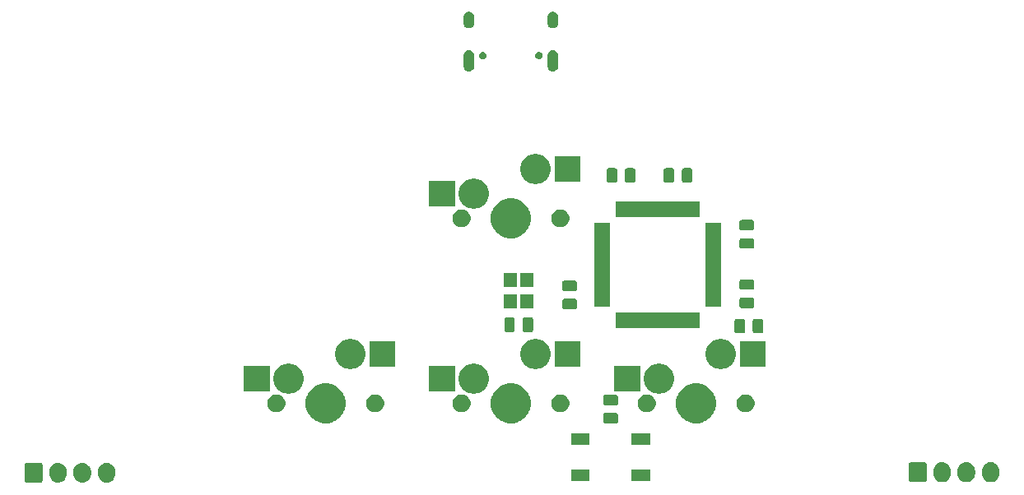
<source format=gbs>
G04 #@! TF.GenerationSoftware,KiCad,Pcbnew,(5.1.5)-3*
G04 #@! TF.CreationDate,2020-03-25T17:20:55+01:00*
G04 #@! TF.ProjectId,4Keys,344b6579-732e-46b6-9963-61645f706362,rev?*
G04 #@! TF.SameCoordinates,Original*
G04 #@! TF.FileFunction,Soldermask,Bot*
G04 #@! TF.FilePolarity,Negative*
%FSLAX46Y46*%
G04 Gerber Fmt 4.6, Leading zero omitted, Abs format (unit mm)*
G04 Created by KiCad (PCBNEW (5.1.5)-3) date 2020-03-25 17:20:55*
%MOMM*%
%LPD*%
G04 APERTURE LIST*
%ADD10C,0.100000*%
G04 APERTURE END LIST*
D10*
G36*
X139328626Y-73599537D02*
G01*
X139498465Y-73651057D01*
X139498467Y-73651058D01*
X139654989Y-73734721D01*
X139792186Y-73847314D01*
X139861692Y-73932009D01*
X139904778Y-73984509D01*
X139904779Y-73984511D01*
X139960382Y-74088535D01*
X139988443Y-74141034D01*
X140039963Y-74310873D01*
X140053000Y-74443242D01*
X140053000Y-74781757D01*
X140039963Y-74914126D01*
X139988443Y-75083966D01*
X139904778Y-75240491D01*
X139875448Y-75276229D01*
X139792186Y-75377686D01*
X139718961Y-75437779D01*
X139654991Y-75490278D01*
X139654989Y-75490279D01*
X139500300Y-75572963D01*
X139498466Y-75573943D01*
X139328627Y-75625463D01*
X139152000Y-75642859D01*
X138975374Y-75625463D01*
X138805535Y-75573943D01*
X138803702Y-75572963D01*
X138649012Y-75490279D01*
X138649010Y-75490278D01*
X138511815Y-75377685D01*
X138399222Y-75240491D01*
X138315557Y-75083966D01*
X138264037Y-74914127D01*
X138251000Y-74781758D01*
X138251000Y-74443243D01*
X138264037Y-74310874D01*
X138315557Y-74141035D01*
X138343619Y-74088535D01*
X138399221Y-73984511D01*
X138511814Y-73847314D01*
X138613271Y-73764052D01*
X138649009Y-73734722D01*
X138781101Y-73664117D01*
X138805532Y-73651058D01*
X138805534Y-73651057D01*
X138975373Y-73599537D01*
X139152000Y-73582141D01*
X139328626Y-73599537D01*
G37*
G36*
X141828626Y-73599537D02*
G01*
X141998465Y-73651057D01*
X141998467Y-73651058D01*
X142154989Y-73734721D01*
X142292186Y-73847314D01*
X142361692Y-73932009D01*
X142404778Y-73984509D01*
X142404779Y-73984511D01*
X142460382Y-74088535D01*
X142488443Y-74141034D01*
X142539963Y-74310873D01*
X142553000Y-74443242D01*
X142553000Y-74781757D01*
X142539963Y-74914126D01*
X142488443Y-75083966D01*
X142404778Y-75240491D01*
X142375448Y-75276229D01*
X142292186Y-75377686D01*
X142218961Y-75437779D01*
X142154991Y-75490278D01*
X142154989Y-75490279D01*
X142000300Y-75572963D01*
X141998466Y-75573943D01*
X141828627Y-75625463D01*
X141652000Y-75642859D01*
X141475374Y-75625463D01*
X141305535Y-75573943D01*
X141303702Y-75572963D01*
X141149012Y-75490279D01*
X141149010Y-75490278D01*
X141011815Y-75377685D01*
X140899222Y-75240491D01*
X140815557Y-75083966D01*
X140764037Y-74914127D01*
X140751000Y-74781758D01*
X140751000Y-74443243D01*
X140764037Y-74310874D01*
X140815557Y-74141035D01*
X140843619Y-74088535D01*
X140899221Y-73984511D01*
X141011814Y-73847314D01*
X141113271Y-73764052D01*
X141149009Y-73734722D01*
X141281101Y-73664117D01*
X141305532Y-73651058D01*
X141305534Y-73651057D01*
X141475373Y-73599537D01*
X141652000Y-73582141D01*
X141828626Y-73599537D01*
G37*
G36*
X144328626Y-73599537D02*
G01*
X144498465Y-73651057D01*
X144498467Y-73651058D01*
X144654989Y-73734721D01*
X144792186Y-73847314D01*
X144861692Y-73932009D01*
X144904778Y-73984509D01*
X144904779Y-73984511D01*
X144960382Y-74088535D01*
X144988443Y-74141034D01*
X145039963Y-74310873D01*
X145053000Y-74443242D01*
X145053000Y-74781757D01*
X145039963Y-74914126D01*
X144988443Y-75083966D01*
X144904778Y-75240491D01*
X144875448Y-75276229D01*
X144792186Y-75377686D01*
X144718961Y-75437779D01*
X144654991Y-75490278D01*
X144654989Y-75490279D01*
X144500300Y-75572963D01*
X144498466Y-75573943D01*
X144328627Y-75625463D01*
X144152000Y-75642859D01*
X143975374Y-75625463D01*
X143805535Y-75573943D01*
X143803702Y-75572963D01*
X143649012Y-75490279D01*
X143649010Y-75490278D01*
X143511815Y-75377685D01*
X143399222Y-75240491D01*
X143315557Y-75083966D01*
X143264037Y-74914127D01*
X143251000Y-74781758D01*
X143251000Y-74443243D01*
X143264037Y-74310874D01*
X143315557Y-74141035D01*
X143343619Y-74088535D01*
X143399221Y-73984511D01*
X143511814Y-73847314D01*
X143613271Y-73764052D01*
X143649009Y-73734722D01*
X143781101Y-73664117D01*
X143805532Y-73651058D01*
X143805534Y-73651057D01*
X143975373Y-73599537D01*
X144152000Y-73582141D01*
X144328626Y-73599537D01*
G37*
G36*
X137410600Y-73590489D02*
G01*
X137443652Y-73600515D01*
X137474103Y-73616792D01*
X137500799Y-73638701D01*
X137522708Y-73665397D01*
X137538985Y-73695848D01*
X137549011Y-73728900D01*
X137553000Y-73769403D01*
X137553000Y-75455597D01*
X137549011Y-75496100D01*
X137538985Y-75529152D01*
X137522708Y-75559603D01*
X137500799Y-75586299D01*
X137474103Y-75608208D01*
X137443652Y-75624485D01*
X137410600Y-75634511D01*
X137370097Y-75638500D01*
X135933903Y-75638500D01*
X135893400Y-75634511D01*
X135860348Y-75624485D01*
X135829897Y-75608208D01*
X135803201Y-75586299D01*
X135781292Y-75559603D01*
X135765015Y-75529152D01*
X135754989Y-75496100D01*
X135751000Y-75455597D01*
X135751000Y-73769403D01*
X135754989Y-73728900D01*
X135765015Y-73695848D01*
X135781292Y-73665397D01*
X135803201Y-73638701D01*
X135829897Y-73616792D01*
X135860348Y-73600515D01*
X135893400Y-73590489D01*
X135933903Y-73586500D01*
X137370097Y-73586500D01*
X137410600Y-73590489D01*
G37*
G36*
X235260626Y-73547037D02*
G01*
X235430465Y-73598557D01*
X235430467Y-73598558D01*
X235586989Y-73682221D01*
X235724186Y-73794814D01*
X235770706Y-73851500D01*
X235836778Y-73932009D01*
X235920443Y-74088534D01*
X235971963Y-74258373D01*
X235985000Y-74390742D01*
X235985000Y-74729257D01*
X235971963Y-74861626D01*
X235920443Y-75031466D01*
X235836778Y-75187991D01*
X235807448Y-75223729D01*
X235724186Y-75325186D01*
X235629250Y-75403097D01*
X235586991Y-75437778D01*
X235553654Y-75455597D01*
X235431808Y-75520726D01*
X235430466Y-75521443D01*
X235260627Y-75572963D01*
X235084000Y-75590359D01*
X234907374Y-75572963D01*
X234737535Y-75521443D01*
X234736194Y-75520726D01*
X234614347Y-75455597D01*
X234581010Y-75437778D01*
X234443815Y-75325185D01*
X234331222Y-75187991D01*
X234247557Y-75031466D01*
X234196037Y-74861627D01*
X234183000Y-74729258D01*
X234183000Y-74390743D01*
X234196037Y-74258374D01*
X234247557Y-74088535D01*
X234331222Y-73932010D01*
X234331223Y-73932009D01*
X234443814Y-73794814D01*
X234554139Y-73704274D01*
X234581009Y-73682222D01*
X234733871Y-73600515D01*
X234737532Y-73598558D01*
X234737534Y-73598557D01*
X234907373Y-73547037D01*
X235084000Y-73529641D01*
X235260626Y-73547037D01*
G37*
G36*
X232760626Y-73547037D02*
G01*
X232930465Y-73598557D01*
X232930467Y-73598558D01*
X233086989Y-73682221D01*
X233224186Y-73794814D01*
X233270706Y-73851500D01*
X233336778Y-73932009D01*
X233420443Y-74088534D01*
X233471963Y-74258373D01*
X233485000Y-74390742D01*
X233485000Y-74729257D01*
X233471963Y-74861626D01*
X233420443Y-75031466D01*
X233336778Y-75187991D01*
X233307448Y-75223729D01*
X233224186Y-75325186D01*
X233129250Y-75403097D01*
X233086991Y-75437778D01*
X233053654Y-75455597D01*
X232931808Y-75520726D01*
X232930466Y-75521443D01*
X232760627Y-75572963D01*
X232584000Y-75590359D01*
X232407374Y-75572963D01*
X232237535Y-75521443D01*
X232236194Y-75520726D01*
X232114347Y-75455597D01*
X232081010Y-75437778D01*
X231943815Y-75325185D01*
X231831222Y-75187991D01*
X231747557Y-75031466D01*
X231696037Y-74861627D01*
X231683000Y-74729258D01*
X231683000Y-74390743D01*
X231696037Y-74258374D01*
X231747557Y-74088535D01*
X231831222Y-73932010D01*
X231831223Y-73932009D01*
X231943814Y-73794814D01*
X232054139Y-73704274D01*
X232081009Y-73682222D01*
X232233871Y-73600515D01*
X232237532Y-73598558D01*
X232237534Y-73598557D01*
X232407373Y-73547037D01*
X232584000Y-73529641D01*
X232760626Y-73547037D01*
G37*
G36*
X230260626Y-73547037D02*
G01*
X230430465Y-73598557D01*
X230430467Y-73598558D01*
X230586989Y-73682221D01*
X230724186Y-73794814D01*
X230770706Y-73851500D01*
X230836778Y-73932009D01*
X230920443Y-74088534D01*
X230971963Y-74258373D01*
X230985000Y-74390742D01*
X230985000Y-74729257D01*
X230971963Y-74861626D01*
X230920443Y-75031466D01*
X230836778Y-75187991D01*
X230807448Y-75223729D01*
X230724186Y-75325186D01*
X230629250Y-75403097D01*
X230586991Y-75437778D01*
X230553654Y-75455597D01*
X230431808Y-75520726D01*
X230430466Y-75521443D01*
X230260627Y-75572963D01*
X230084000Y-75590359D01*
X229907374Y-75572963D01*
X229737535Y-75521443D01*
X229736194Y-75520726D01*
X229614347Y-75455597D01*
X229581010Y-75437778D01*
X229443815Y-75325185D01*
X229331222Y-75187991D01*
X229247557Y-75031466D01*
X229196037Y-74861627D01*
X229183000Y-74729258D01*
X229183000Y-74390743D01*
X229196037Y-74258374D01*
X229247557Y-74088535D01*
X229331222Y-73932010D01*
X229331223Y-73932009D01*
X229443814Y-73794814D01*
X229554139Y-73704274D01*
X229581009Y-73682222D01*
X229733871Y-73600515D01*
X229737532Y-73598558D01*
X229737534Y-73598557D01*
X229907373Y-73547037D01*
X230084000Y-73529641D01*
X230260626Y-73547037D01*
G37*
G36*
X228342600Y-73537989D02*
G01*
X228375652Y-73548015D01*
X228406103Y-73564292D01*
X228432799Y-73586201D01*
X228454708Y-73612897D01*
X228470985Y-73643348D01*
X228481011Y-73676400D01*
X228485000Y-73716903D01*
X228485000Y-75403097D01*
X228481011Y-75443600D01*
X228470985Y-75476652D01*
X228454708Y-75507103D01*
X228432799Y-75533799D01*
X228406103Y-75555708D01*
X228375652Y-75571985D01*
X228342600Y-75582011D01*
X228302097Y-75586000D01*
X226865903Y-75586000D01*
X226825400Y-75582011D01*
X226792348Y-75571985D01*
X226761897Y-75555708D01*
X226735201Y-75533799D01*
X226713292Y-75507103D01*
X226697015Y-75476652D01*
X226686989Y-75443600D01*
X226683000Y-75403097D01*
X226683000Y-73716903D01*
X226686989Y-73676400D01*
X226697015Y-73643348D01*
X226713292Y-73612897D01*
X226735201Y-73586201D01*
X226761897Y-73564292D01*
X226792348Y-73548015D01*
X226825400Y-73537989D01*
X226865903Y-73534000D01*
X228302097Y-73534000D01*
X228342600Y-73537989D01*
G37*
G36*
X193851000Y-75451000D02*
G01*
X191949000Y-75451000D01*
X191949000Y-74249000D01*
X193851000Y-74249000D01*
X193851000Y-75451000D01*
G37*
G36*
X200051000Y-75451000D02*
G01*
X198149000Y-75451000D01*
X198149000Y-74249000D01*
X200051000Y-74249000D01*
X200051000Y-75451000D01*
G37*
G36*
X193851000Y-71751000D02*
G01*
X191949000Y-71751000D01*
X191949000Y-70549000D01*
X193851000Y-70549000D01*
X193851000Y-71751000D01*
G37*
G36*
X200051000Y-71751000D02*
G01*
X198149000Y-71751000D01*
X198149000Y-70549000D01*
X200051000Y-70549000D01*
X200051000Y-71751000D01*
G37*
G36*
X196584468Y-68466065D02*
G01*
X196623138Y-68477796D01*
X196658777Y-68496846D01*
X196690017Y-68522483D01*
X196715654Y-68553723D01*
X196734704Y-68589362D01*
X196746435Y-68628032D01*
X196751000Y-68674388D01*
X196751000Y-69325612D01*
X196746435Y-69371968D01*
X196734704Y-69410638D01*
X196715654Y-69446277D01*
X196690017Y-69477517D01*
X196658777Y-69503154D01*
X196623138Y-69522204D01*
X196584468Y-69533935D01*
X196538112Y-69538500D01*
X195461888Y-69538500D01*
X195415532Y-69533935D01*
X195376862Y-69522204D01*
X195341223Y-69503154D01*
X195309983Y-69477517D01*
X195284346Y-69446277D01*
X195265296Y-69410638D01*
X195253565Y-69371968D01*
X195249000Y-69325612D01*
X195249000Y-68674388D01*
X195253565Y-68628032D01*
X195265296Y-68589362D01*
X195284346Y-68553723D01*
X195309983Y-68522483D01*
X195341223Y-68496846D01*
X195376862Y-68477796D01*
X195415532Y-68466065D01*
X195461888Y-68461500D01*
X196538112Y-68461500D01*
X196584468Y-68466065D01*
G37*
G36*
X186333974Y-65502434D02*
G01*
X186551974Y-65592733D01*
X186706123Y-65656583D01*
X187041048Y-65880373D01*
X187325877Y-66165202D01*
X187549667Y-66500127D01*
X187587587Y-66591674D01*
X187703816Y-66872276D01*
X187782400Y-67267344D01*
X187782400Y-67670156D01*
X187703816Y-68065224D01*
X187652951Y-68188022D01*
X187549667Y-68437373D01*
X187325877Y-68772298D01*
X187041048Y-69057127D01*
X186706123Y-69280917D01*
X186607475Y-69321778D01*
X186333974Y-69435066D01*
X185938906Y-69513650D01*
X185536094Y-69513650D01*
X185141026Y-69435066D01*
X184867525Y-69321778D01*
X184768877Y-69280917D01*
X184433952Y-69057127D01*
X184149123Y-68772298D01*
X183925333Y-68437373D01*
X183822049Y-68188022D01*
X183771184Y-68065224D01*
X183692600Y-67670156D01*
X183692600Y-67267344D01*
X183771184Y-66872276D01*
X183887413Y-66591674D01*
X183925333Y-66500127D01*
X184149123Y-66165202D01*
X184433952Y-65880373D01*
X184768877Y-65656583D01*
X184923026Y-65592733D01*
X185141026Y-65502434D01*
X185536094Y-65423850D01*
X185938906Y-65423850D01*
X186333974Y-65502434D01*
G37*
G36*
X205383974Y-65502434D02*
G01*
X205601974Y-65592733D01*
X205756123Y-65656583D01*
X206091048Y-65880373D01*
X206375877Y-66165202D01*
X206599667Y-66500127D01*
X206637587Y-66591674D01*
X206753816Y-66872276D01*
X206832400Y-67267344D01*
X206832400Y-67670156D01*
X206753816Y-68065224D01*
X206702951Y-68188022D01*
X206599667Y-68437373D01*
X206375877Y-68772298D01*
X206091048Y-69057127D01*
X205756123Y-69280917D01*
X205657475Y-69321778D01*
X205383974Y-69435066D01*
X204988906Y-69513650D01*
X204586094Y-69513650D01*
X204191026Y-69435066D01*
X203917525Y-69321778D01*
X203818877Y-69280917D01*
X203483952Y-69057127D01*
X203199123Y-68772298D01*
X202975333Y-68437373D01*
X202872049Y-68188022D01*
X202821184Y-68065224D01*
X202742600Y-67670156D01*
X202742600Y-67267344D01*
X202821184Y-66872276D01*
X202937413Y-66591674D01*
X202975333Y-66500127D01*
X203199123Y-66165202D01*
X203483952Y-65880373D01*
X203818877Y-65656583D01*
X203973026Y-65592733D01*
X204191026Y-65502434D01*
X204586094Y-65423850D01*
X204988906Y-65423850D01*
X205383974Y-65502434D01*
G37*
G36*
X167283974Y-65502434D02*
G01*
X167501974Y-65592733D01*
X167656123Y-65656583D01*
X167991048Y-65880373D01*
X168275877Y-66165202D01*
X168499667Y-66500127D01*
X168537587Y-66591674D01*
X168653816Y-66872276D01*
X168732400Y-67267344D01*
X168732400Y-67670156D01*
X168653816Y-68065224D01*
X168602951Y-68188022D01*
X168499667Y-68437373D01*
X168275877Y-68772298D01*
X167991048Y-69057127D01*
X167656123Y-69280917D01*
X167557475Y-69321778D01*
X167283974Y-69435066D01*
X166888906Y-69513650D01*
X166486094Y-69513650D01*
X166091026Y-69435066D01*
X165817525Y-69321778D01*
X165718877Y-69280917D01*
X165383952Y-69057127D01*
X165099123Y-68772298D01*
X164875333Y-68437373D01*
X164772049Y-68188022D01*
X164721184Y-68065224D01*
X164642600Y-67670156D01*
X164642600Y-67267344D01*
X164721184Y-66872276D01*
X164837413Y-66591674D01*
X164875333Y-66500127D01*
X165099123Y-66165202D01*
X165383952Y-65880373D01*
X165718877Y-65656583D01*
X165873026Y-65592733D01*
X166091026Y-65502434D01*
X166486094Y-65423850D01*
X166888906Y-65423850D01*
X167283974Y-65502434D01*
G37*
G36*
X180927604Y-66578335D02*
G01*
X181096126Y-66648139D01*
X181247791Y-66749478D01*
X181376772Y-66878459D01*
X181478111Y-67030124D01*
X181547915Y-67198646D01*
X181583500Y-67377547D01*
X181583500Y-67559953D01*
X181547915Y-67738854D01*
X181478111Y-67907376D01*
X181376772Y-68059041D01*
X181247791Y-68188022D01*
X181096126Y-68289361D01*
X180927604Y-68359165D01*
X180748703Y-68394750D01*
X180566297Y-68394750D01*
X180387396Y-68359165D01*
X180218874Y-68289361D01*
X180067209Y-68188022D01*
X179938228Y-68059041D01*
X179836889Y-67907376D01*
X179767085Y-67738854D01*
X179731500Y-67559953D01*
X179731500Y-67377547D01*
X179767085Y-67198646D01*
X179836889Y-67030124D01*
X179938228Y-66878459D01*
X180067209Y-66749478D01*
X180218874Y-66648139D01*
X180387396Y-66578335D01*
X180566297Y-66542750D01*
X180748703Y-66542750D01*
X180927604Y-66578335D01*
G37*
G36*
X210137604Y-66578335D02*
G01*
X210306126Y-66648139D01*
X210457791Y-66749478D01*
X210586772Y-66878459D01*
X210688111Y-67030124D01*
X210757915Y-67198646D01*
X210793500Y-67377547D01*
X210793500Y-67559953D01*
X210757915Y-67738854D01*
X210688111Y-67907376D01*
X210586772Y-68059041D01*
X210457791Y-68188022D01*
X210306126Y-68289361D01*
X210137604Y-68359165D01*
X209958703Y-68394750D01*
X209776297Y-68394750D01*
X209597396Y-68359165D01*
X209428874Y-68289361D01*
X209277209Y-68188022D01*
X209148228Y-68059041D01*
X209046889Y-67907376D01*
X208977085Y-67738854D01*
X208941500Y-67559953D01*
X208941500Y-67377547D01*
X208977085Y-67198646D01*
X209046889Y-67030124D01*
X209148228Y-66878459D01*
X209277209Y-66749478D01*
X209428874Y-66648139D01*
X209597396Y-66578335D01*
X209776297Y-66542750D01*
X209958703Y-66542750D01*
X210137604Y-66578335D01*
G37*
G36*
X199977604Y-66578335D02*
G01*
X200146126Y-66648139D01*
X200297791Y-66749478D01*
X200426772Y-66878459D01*
X200528111Y-67030124D01*
X200597915Y-67198646D01*
X200633500Y-67377547D01*
X200633500Y-67559953D01*
X200597915Y-67738854D01*
X200528111Y-67907376D01*
X200426772Y-68059041D01*
X200297791Y-68188022D01*
X200146126Y-68289361D01*
X199977604Y-68359165D01*
X199798703Y-68394750D01*
X199616297Y-68394750D01*
X199437396Y-68359165D01*
X199268874Y-68289361D01*
X199117209Y-68188022D01*
X198988228Y-68059041D01*
X198886889Y-67907376D01*
X198817085Y-67738854D01*
X198781500Y-67559953D01*
X198781500Y-67377547D01*
X198817085Y-67198646D01*
X198886889Y-67030124D01*
X198988228Y-66878459D01*
X199117209Y-66749478D01*
X199268874Y-66648139D01*
X199437396Y-66578335D01*
X199616297Y-66542750D01*
X199798703Y-66542750D01*
X199977604Y-66578335D01*
G37*
G36*
X172037604Y-66578335D02*
G01*
X172206126Y-66648139D01*
X172357791Y-66749478D01*
X172486772Y-66878459D01*
X172588111Y-67030124D01*
X172657915Y-67198646D01*
X172693500Y-67377547D01*
X172693500Y-67559953D01*
X172657915Y-67738854D01*
X172588111Y-67907376D01*
X172486772Y-68059041D01*
X172357791Y-68188022D01*
X172206126Y-68289361D01*
X172037604Y-68359165D01*
X171858703Y-68394750D01*
X171676297Y-68394750D01*
X171497396Y-68359165D01*
X171328874Y-68289361D01*
X171177209Y-68188022D01*
X171048228Y-68059041D01*
X170946889Y-67907376D01*
X170877085Y-67738854D01*
X170841500Y-67559953D01*
X170841500Y-67377547D01*
X170877085Y-67198646D01*
X170946889Y-67030124D01*
X171048228Y-66878459D01*
X171177209Y-66749478D01*
X171328874Y-66648139D01*
X171497396Y-66578335D01*
X171676297Y-66542750D01*
X171858703Y-66542750D01*
X172037604Y-66578335D01*
G37*
G36*
X161877604Y-66578335D02*
G01*
X162046126Y-66648139D01*
X162197791Y-66749478D01*
X162326772Y-66878459D01*
X162428111Y-67030124D01*
X162497915Y-67198646D01*
X162533500Y-67377547D01*
X162533500Y-67559953D01*
X162497915Y-67738854D01*
X162428111Y-67907376D01*
X162326772Y-68059041D01*
X162197791Y-68188022D01*
X162046126Y-68289361D01*
X161877604Y-68359165D01*
X161698703Y-68394750D01*
X161516297Y-68394750D01*
X161337396Y-68359165D01*
X161168874Y-68289361D01*
X161017209Y-68188022D01*
X160888228Y-68059041D01*
X160786889Y-67907376D01*
X160717085Y-67738854D01*
X160681500Y-67559953D01*
X160681500Y-67377547D01*
X160717085Y-67198646D01*
X160786889Y-67030124D01*
X160888228Y-66878459D01*
X161017209Y-66749478D01*
X161168874Y-66648139D01*
X161337396Y-66578335D01*
X161516297Y-66542750D01*
X161698703Y-66542750D01*
X161877604Y-66578335D01*
G37*
G36*
X191087604Y-66578335D02*
G01*
X191256126Y-66648139D01*
X191407791Y-66749478D01*
X191536772Y-66878459D01*
X191638111Y-67030124D01*
X191707915Y-67198646D01*
X191743500Y-67377547D01*
X191743500Y-67559953D01*
X191707915Y-67738854D01*
X191638111Y-67907376D01*
X191536772Y-68059041D01*
X191407791Y-68188022D01*
X191256126Y-68289361D01*
X191087604Y-68359165D01*
X190908703Y-68394750D01*
X190726297Y-68394750D01*
X190547396Y-68359165D01*
X190378874Y-68289361D01*
X190227209Y-68188022D01*
X190098228Y-68059041D01*
X189996889Y-67907376D01*
X189927085Y-67738854D01*
X189891500Y-67559953D01*
X189891500Y-67377547D01*
X189927085Y-67198646D01*
X189996889Y-67030124D01*
X190098228Y-66878459D01*
X190227209Y-66749478D01*
X190378874Y-66648139D01*
X190547396Y-66578335D01*
X190726297Y-66542750D01*
X190908703Y-66542750D01*
X191087604Y-66578335D01*
G37*
G36*
X196584468Y-66591065D02*
G01*
X196623138Y-66602796D01*
X196658777Y-66621846D01*
X196690017Y-66647483D01*
X196715654Y-66678723D01*
X196734704Y-66714362D01*
X196746435Y-66753032D01*
X196751000Y-66799388D01*
X196751000Y-67450612D01*
X196746435Y-67496968D01*
X196734704Y-67535638D01*
X196715654Y-67571277D01*
X196690017Y-67602517D01*
X196658777Y-67628154D01*
X196623138Y-67647204D01*
X196584468Y-67658935D01*
X196538112Y-67663500D01*
X195461888Y-67663500D01*
X195415532Y-67658935D01*
X195376862Y-67647204D01*
X195341223Y-67628154D01*
X195309983Y-67602517D01*
X195284346Y-67571277D01*
X195265296Y-67535638D01*
X195253565Y-67496968D01*
X195249000Y-67450612D01*
X195249000Y-66799388D01*
X195253565Y-66753032D01*
X195265296Y-66714362D01*
X195284346Y-66678723D01*
X195309983Y-66647483D01*
X195341223Y-66621846D01*
X195376862Y-66602796D01*
X195415532Y-66591065D01*
X195461888Y-66586500D01*
X196538112Y-66586500D01*
X196584468Y-66591065D01*
G37*
G36*
X163180085Y-63407552D02*
G01*
X163329910Y-63437354D01*
X163612174Y-63554271D01*
X163866205Y-63724009D01*
X164082241Y-63940045D01*
X164251979Y-64194076D01*
X164368896Y-64476340D01*
X164428500Y-64775990D01*
X164428500Y-65081510D01*
X164368896Y-65381160D01*
X164251979Y-65663424D01*
X164082241Y-65917455D01*
X163866205Y-66133491D01*
X163612174Y-66303229D01*
X163329910Y-66420146D01*
X163180085Y-66449948D01*
X163030261Y-66479750D01*
X162724739Y-66479750D01*
X162574915Y-66449948D01*
X162425090Y-66420146D01*
X162142826Y-66303229D01*
X161888795Y-66133491D01*
X161672759Y-65917455D01*
X161503021Y-65663424D01*
X161386104Y-65381160D01*
X161326500Y-65081510D01*
X161326500Y-64775990D01*
X161386104Y-64476340D01*
X161503021Y-64194076D01*
X161672759Y-63940045D01*
X161888795Y-63724009D01*
X162142826Y-63554271D01*
X162425090Y-63437354D01*
X162574915Y-63407552D01*
X162724739Y-63377750D01*
X163030261Y-63377750D01*
X163180085Y-63407552D01*
G37*
G36*
X201280085Y-63407552D02*
G01*
X201429910Y-63437354D01*
X201712174Y-63554271D01*
X201966205Y-63724009D01*
X202182241Y-63940045D01*
X202351979Y-64194076D01*
X202468896Y-64476340D01*
X202528500Y-64775990D01*
X202528500Y-65081510D01*
X202468896Y-65381160D01*
X202351979Y-65663424D01*
X202182241Y-65917455D01*
X201966205Y-66133491D01*
X201712174Y-66303229D01*
X201429910Y-66420146D01*
X201280085Y-66449948D01*
X201130261Y-66479750D01*
X200824739Y-66479750D01*
X200674915Y-66449948D01*
X200525090Y-66420146D01*
X200242826Y-66303229D01*
X199988795Y-66133491D01*
X199772759Y-65917455D01*
X199603021Y-65663424D01*
X199486104Y-65381160D01*
X199426500Y-65081510D01*
X199426500Y-64775990D01*
X199486104Y-64476340D01*
X199603021Y-64194076D01*
X199772759Y-63940045D01*
X199988795Y-63724009D01*
X200242826Y-63554271D01*
X200525090Y-63437354D01*
X200674915Y-63407552D01*
X200824739Y-63377750D01*
X201130261Y-63377750D01*
X201280085Y-63407552D01*
G37*
G36*
X182230085Y-63407552D02*
G01*
X182379910Y-63437354D01*
X182662174Y-63554271D01*
X182916205Y-63724009D01*
X183132241Y-63940045D01*
X183301979Y-64194076D01*
X183418896Y-64476340D01*
X183478500Y-64775990D01*
X183478500Y-65081510D01*
X183418896Y-65381160D01*
X183301979Y-65663424D01*
X183132241Y-65917455D01*
X182916205Y-66133491D01*
X182662174Y-66303229D01*
X182379910Y-66420146D01*
X182230085Y-66449948D01*
X182080261Y-66479750D01*
X181774739Y-66479750D01*
X181624915Y-66449948D01*
X181475090Y-66420146D01*
X181192826Y-66303229D01*
X180938795Y-66133491D01*
X180722759Y-65917455D01*
X180553021Y-65663424D01*
X180436104Y-65381160D01*
X180376500Y-65081510D01*
X180376500Y-64775990D01*
X180436104Y-64476340D01*
X180553021Y-64194076D01*
X180722759Y-63940045D01*
X180938795Y-63724009D01*
X181192826Y-63554271D01*
X181475090Y-63437354D01*
X181624915Y-63407552D01*
X181774739Y-63377750D01*
X182080261Y-63377750D01*
X182230085Y-63407552D01*
G37*
G36*
X160928500Y-66229750D02*
G01*
X158276500Y-66229750D01*
X158276500Y-63627750D01*
X160928500Y-63627750D01*
X160928500Y-66229750D01*
G37*
G36*
X179978500Y-66229750D02*
G01*
X177326500Y-66229750D01*
X177326500Y-63627750D01*
X179978500Y-63627750D01*
X179978500Y-66229750D01*
G37*
G36*
X199028500Y-66229750D02*
G01*
X196376500Y-66229750D01*
X196376500Y-63627750D01*
X199028500Y-63627750D01*
X199028500Y-66229750D01*
G37*
G36*
X188580085Y-60867552D02*
G01*
X188729910Y-60897354D01*
X189012174Y-61014271D01*
X189266205Y-61184009D01*
X189482241Y-61400045D01*
X189651979Y-61654076D01*
X189768896Y-61936340D01*
X189828500Y-62235990D01*
X189828500Y-62541510D01*
X189768896Y-62841160D01*
X189651979Y-63123424D01*
X189482241Y-63377455D01*
X189266205Y-63593491D01*
X189012174Y-63763229D01*
X188729910Y-63880146D01*
X188580085Y-63909948D01*
X188430261Y-63939750D01*
X188124739Y-63939750D01*
X187974915Y-63909948D01*
X187825090Y-63880146D01*
X187542826Y-63763229D01*
X187288795Y-63593491D01*
X187072759Y-63377455D01*
X186903021Y-63123424D01*
X186786104Y-62841160D01*
X186726500Y-62541510D01*
X186726500Y-62235990D01*
X186786104Y-61936340D01*
X186903021Y-61654076D01*
X187072759Y-61400045D01*
X187288795Y-61184009D01*
X187542826Y-61014271D01*
X187825090Y-60897354D01*
X187974915Y-60867552D01*
X188124739Y-60837750D01*
X188430261Y-60837750D01*
X188580085Y-60867552D01*
G37*
G36*
X207630085Y-60867552D02*
G01*
X207779910Y-60897354D01*
X208062174Y-61014271D01*
X208316205Y-61184009D01*
X208532241Y-61400045D01*
X208701979Y-61654076D01*
X208818896Y-61936340D01*
X208878500Y-62235990D01*
X208878500Y-62541510D01*
X208818896Y-62841160D01*
X208701979Y-63123424D01*
X208532241Y-63377455D01*
X208316205Y-63593491D01*
X208062174Y-63763229D01*
X207779910Y-63880146D01*
X207630085Y-63909948D01*
X207480261Y-63939750D01*
X207174739Y-63939750D01*
X207024915Y-63909948D01*
X206875090Y-63880146D01*
X206592826Y-63763229D01*
X206338795Y-63593491D01*
X206122759Y-63377455D01*
X205953021Y-63123424D01*
X205836104Y-62841160D01*
X205776500Y-62541510D01*
X205776500Y-62235990D01*
X205836104Y-61936340D01*
X205953021Y-61654076D01*
X206122759Y-61400045D01*
X206338795Y-61184009D01*
X206592826Y-61014271D01*
X206875090Y-60897354D01*
X207024915Y-60867552D01*
X207174739Y-60837750D01*
X207480261Y-60837750D01*
X207630085Y-60867552D01*
G37*
G36*
X169530085Y-60867552D02*
G01*
X169679910Y-60897354D01*
X169962174Y-61014271D01*
X170216205Y-61184009D01*
X170432241Y-61400045D01*
X170601979Y-61654076D01*
X170718896Y-61936340D01*
X170778500Y-62235990D01*
X170778500Y-62541510D01*
X170718896Y-62841160D01*
X170601979Y-63123424D01*
X170432241Y-63377455D01*
X170216205Y-63593491D01*
X169962174Y-63763229D01*
X169679910Y-63880146D01*
X169530085Y-63909948D01*
X169380261Y-63939750D01*
X169074739Y-63939750D01*
X168924915Y-63909948D01*
X168775090Y-63880146D01*
X168492826Y-63763229D01*
X168238795Y-63593491D01*
X168022759Y-63377455D01*
X167853021Y-63123424D01*
X167736104Y-62841160D01*
X167676500Y-62541510D01*
X167676500Y-62235990D01*
X167736104Y-61936340D01*
X167853021Y-61654076D01*
X168022759Y-61400045D01*
X168238795Y-61184009D01*
X168492826Y-61014271D01*
X168775090Y-60897354D01*
X168924915Y-60867552D01*
X169074739Y-60837750D01*
X169380261Y-60837750D01*
X169530085Y-60867552D01*
G37*
G36*
X211955500Y-63689750D02*
G01*
X209303500Y-63689750D01*
X209303500Y-61087750D01*
X211955500Y-61087750D01*
X211955500Y-63689750D01*
G37*
G36*
X192905500Y-63689750D02*
G01*
X190253500Y-63689750D01*
X190253500Y-61087750D01*
X192905500Y-61087750D01*
X192905500Y-63689750D01*
G37*
G36*
X173855500Y-63689750D02*
G01*
X171203500Y-63689750D01*
X171203500Y-61087750D01*
X173855500Y-61087750D01*
X173855500Y-63689750D01*
G37*
G36*
X211526968Y-58763565D02*
G01*
X211565638Y-58775296D01*
X211601277Y-58794346D01*
X211632517Y-58819983D01*
X211658154Y-58851223D01*
X211677204Y-58886862D01*
X211688935Y-58925532D01*
X211693500Y-58971888D01*
X211693500Y-60048112D01*
X211688935Y-60094468D01*
X211677204Y-60133138D01*
X211658154Y-60168777D01*
X211632517Y-60200017D01*
X211601277Y-60225654D01*
X211565638Y-60244704D01*
X211526968Y-60256435D01*
X211480612Y-60261000D01*
X210829388Y-60261000D01*
X210783032Y-60256435D01*
X210744362Y-60244704D01*
X210708723Y-60225654D01*
X210677483Y-60200017D01*
X210651846Y-60168777D01*
X210632796Y-60133138D01*
X210621065Y-60094468D01*
X210616500Y-60048112D01*
X210616500Y-58971888D01*
X210621065Y-58925532D01*
X210632796Y-58886862D01*
X210651846Y-58851223D01*
X210677483Y-58819983D01*
X210708723Y-58794346D01*
X210744362Y-58775296D01*
X210783032Y-58763565D01*
X210829388Y-58759000D01*
X211480612Y-58759000D01*
X211526968Y-58763565D01*
G37*
G36*
X209651968Y-58763565D02*
G01*
X209690638Y-58775296D01*
X209726277Y-58794346D01*
X209757517Y-58819983D01*
X209783154Y-58851223D01*
X209802204Y-58886862D01*
X209813935Y-58925532D01*
X209818500Y-58971888D01*
X209818500Y-60048112D01*
X209813935Y-60094468D01*
X209802204Y-60133138D01*
X209783154Y-60168777D01*
X209757517Y-60200017D01*
X209726277Y-60225654D01*
X209690638Y-60244704D01*
X209651968Y-60256435D01*
X209605612Y-60261000D01*
X208954388Y-60261000D01*
X208908032Y-60256435D01*
X208869362Y-60244704D01*
X208833723Y-60225654D01*
X208802483Y-60200017D01*
X208776846Y-60168777D01*
X208757796Y-60133138D01*
X208746065Y-60094468D01*
X208741500Y-60048112D01*
X208741500Y-58971888D01*
X208746065Y-58925532D01*
X208757796Y-58886862D01*
X208776846Y-58851223D01*
X208802483Y-58819983D01*
X208833723Y-58794346D01*
X208869362Y-58775296D01*
X208908032Y-58763565D01*
X208954388Y-58759000D01*
X209605612Y-58759000D01*
X209651968Y-58763565D01*
G37*
G36*
X185981968Y-58623565D02*
G01*
X186020638Y-58635296D01*
X186056277Y-58654346D01*
X186087517Y-58679983D01*
X186113154Y-58711223D01*
X186132204Y-58746862D01*
X186143935Y-58785532D01*
X186148500Y-58831888D01*
X186148500Y-59908112D01*
X186143935Y-59954468D01*
X186132204Y-59993138D01*
X186113154Y-60028777D01*
X186087517Y-60060017D01*
X186056277Y-60085654D01*
X186020638Y-60104704D01*
X185981968Y-60116435D01*
X185935612Y-60121000D01*
X185284388Y-60121000D01*
X185238032Y-60116435D01*
X185199362Y-60104704D01*
X185163723Y-60085654D01*
X185132483Y-60060017D01*
X185106846Y-60028777D01*
X185087796Y-59993138D01*
X185076065Y-59954468D01*
X185071500Y-59908112D01*
X185071500Y-58831888D01*
X185076065Y-58785532D01*
X185087796Y-58746862D01*
X185106846Y-58711223D01*
X185132483Y-58679983D01*
X185163723Y-58654346D01*
X185199362Y-58635296D01*
X185238032Y-58623565D01*
X185284388Y-58619000D01*
X185935612Y-58619000D01*
X185981968Y-58623565D01*
G37*
G36*
X187856968Y-58623565D02*
G01*
X187895638Y-58635296D01*
X187931277Y-58654346D01*
X187962517Y-58679983D01*
X187988154Y-58711223D01*
X188007204Y-58746862D01*
X188018935Y-58785532D01*
X188023500Y-58831888D01*
X188023500Y-59908112D01*
X188018935Y-59954468D01*
X188007204Y-59993138D01*
X187988154Y-60028777D01*
X187962517Y-60060017D01*
X187931277Y-60085654D01*
X187895638Y-60104704D01*
X187856968Y-60116435D01*
X187810612Y-60121000D01*
X187159388Y-60121000D01*
X187113032Y-60116435D01*
X187074362Y-60104704D01*
X187038723Y-60085654D01*
X187007483Y-60060017D01*
X186981846Y-60028777D01*
X186962796Y-59993138D01*
X186951065Y-59954468D01*
X186946500Y-59908112D01*
X186946500Y-58831888D01*
X186951065Y-58785532D01*
X186962796Y-58746862D01*
X186981846Y-58711223D01*
X187007483Y-58679983D01*
X187038723Y-58654346D01*
X187074362Y-58635296D01*
X187113032Y-58623565D01*
X187159388Y-58619000D01*
X187810612Y-58619000D01*
X187856968Y-58623565D01*
G37*
G36*
X205144750Y-59682250D02*
G01*
X196492750Y-59682250D01*
X196492750Y-58080250D01*
X205144750Y-58080250D01*
X205144750Y-59682250D01*
G37*
G36*
X192354468Y-56713065D02*
G01*
X192393138Y-56724796D01*
X192428777Y-56743846D01*
X192460017Y-56769483D01*
X192485654Y-56800723D01*
X192504704Y-56836362D01*
X192516435Y-56875032D01*
X192521000Y-56921388D01*
X192521000Y-57572612D01*
X192516435Y-57618968D01*
X192504704Y-57657638D01*
X192485654Y-57693277D01*
X192460017Y-57724517D01*
X192428777Y-57750154D01*
X192393138Y-57769204D01*
X192354468Y-57780935D01*
X192308112Y-57785500D01*
X191231888Y-57785500D01*
X191185532Y-57780935D01*
X191146862Y-57769204D01*
X191111223Y-57750154D01*
X191079983Y-57724517D01*
X191054346Y-57693277D01*
X191035296Y-57657638D01*
X191023565Y-57618968D01*
X191019000Y-57572612D01*
X191019000Y-56921388D01*
X191023565Y-56875032D01*
X191035296Y-56836362D01*
X191054346Y-56800723D01*
X191079983Y-56769483D01*
X191111223Y-56743846D01*
X191146862Y-56724796D01*
X191185532Y-56713065D01*
X191231888Y-56708500D01*
X192308112Y-56708500D01*
X192354468Y-56713065D01*
G37*
G36*
X188032250Y-57719750D02*
G01*
X186730250Y-57719750D01*
X186730250Y-56217750D01*
X188032250Y-56217750D01*
X188032250Y-57719750D01*
G37*
G36*
X186332250Y-57719750D02*
G01*
X185030250Y-57719750D01*
X185030250Y-56217750D01*
X186332250Y-56217750D01*
X186332250Y-57719750D01*
G37*
G36*
X210584468Y-56586065D02*
G01*
X210623138Y-56597796D01*
X210658777Y-56616846D01*
X210690017Y-56642483D01*
X210715654Y-56673723D01*
X210734704Y-56709362D01*
X210746435Y-56748032D01*
X210751000Y-56794388D01*
X210751000Y-57445612D01*
X210746435Y-57491968D01*
X210734704Y-57530638D01*
X210715654Y-57566277D01*
X210690017Y-57597517D01*
X210658777Y-57623154D01*
X210623138Y-57642204D01*
X210584468Y-57653935D01*
X210538112Y-57658500D01*
X209461888Y-57658500D01*
X209415532Y-57653935D01*
X209376862Y-57642204D01*
X209341223Y-57623154D01*
X209309983Y-57597517D01*
X209284346Y-57566277D01*
X209265296Y-57530638D01*
X209253565Y-57491968D01*
X209249000Y-57445612D01*
X209249000Y-56794388D01*
X209253565Y-56748032D01*
X209265296Y-56709362D01*
X209284346Y-56673723D01*
X209309983Y-56642483D01*
X209341223Y-56616846D01*
X209376862Y-56597796D01*
X209415532Y-56586065D01*
X209461888Y-56581500D01*
X210538112Y-56581500D01*
X210584468Y-56586065D01*
G37*
G36*
X207319750Y-57507250D02*
G01*
X205717750Y-57507250D01*
X205717750Y-48855250D01*
X207319750Y-48855250D01*
X207319750Y-57507250D01*
G37*
G36*
X195919750Y-57507250D02*
G01*
X194317750Y-57507250D01*
X194317750Y-48855250D01*
X195919750Y-48855250D01*
X195919750Y-57507250D01*
G37*
G36*
X192354468Y-54838065D02*
G01*
X192393138Y-54849796D01*
X192428777Y-54868846D01*
X192460017Y-54894483D01*
X192485654Y-54925723D01*
X192504704Y-54961362D01*
X192516435Y-55000032D01*
X192521000Y-55046388D01*
X192521000Y-55697612D01*
X192516435Y-55743968D01*
X192504704Y-55782638D01*
X192485654Y-55818277D01*
X192460017Y-55849517D01*
X192428777Y-55875154D01*
X192393138Y-55894204D01*
X192354468Y-55905935D01*
X192308112Y-55910500D01*
X191231888Y-55910500D01*
X191185532Y-55905935D01*
X191146862Y-55894204D01*
X191111223Y-55875154D01*
X191079983Y-55849517D01*
X191054346Y-55818277D01*
X191035296Y-55782638D01*
X191023565Y-55743968D01*
X191019000Y-55697612D01*
X191019000Y-55046388D01*
X191023565Y-55000032D01*
X191035296Y-54961362D01*
X191054346Y-54925723D01*
X191079983Y-54894483D01*
X191111223Y-54868846D01*
X191146862Y-54849796D01*
X191185532Y-54838065D01*
X191231888Y-54833500D01*
X192308112Y-54833500D01*
X192354468Y-54838065D01*
G37*
G36*
X210584468Y-54711065D02*
G01*
X210623138Y-54722796D01*
X210658777Y-54741846D01*
X210690017Y-54767483D01*
X210715654Y-54798723D01*
X210734704Y-54834362D01*
X210746435Y-54873032D01*
X210751000Y-54919388D01*
X210751000Y-55570612D01*
X210746435Y-55616968D01*
X210734704Y-55655638D01*
X210715654Y-55691277D01*
X210690017Y-55722517D01*
X210658777Y-55748154D01*
X210623138Y-55767204D01*
X210584468Y-55778935D01*
X210538112Y-55783500D01*
X209461888Y-55783500D01*
X209415532Y-55778935D01*
X209376862Y-55767204D01*
X209341223Y-55748154D01*
X209309983Y-55722517D01*
X209284346Y-55691277D01*
X209265296Y-55655638D01*
X209253565Y-55616968D01*
X209249000Y-55570612D01*
X209249000Y-54919388D01*
X209253565Y-54873032D01*
X209265296Y-54834362D01*
X209284346Y-54798723D01*
X209309983Y-54767483D01*
X209341223Y-54741846D01*
X209376862Y-54722796D01*
X209415532Y-54711065D01*
X209461888Y-54706500D01*
X210538112Y-54706500D01*
X210584468Y-54711065D01*
G37*
G36*
X186332250Y-55519750D02*
G01*
X185030250Y-55519750D01*
X185030250Y-54017750D01*
X186332250Y-54017750D01*
X186332250Y-55519750D01*
G37*
G36*
X188032250Y-55519750D02*
G01*
X186730250Y-55519750D01*
X186730250Y-54017750D01*
X188032250Y-54017750D01*
X188032250Y-55519750D01*
G37*
G36*
X210584468Y-50466065D02*
G01*
X210623138Y-50477796D01*
X210658777Y-50496846D01*
X210690017Y-50522483D01*
X210715654Y-50553723D01*
X210734704Y-50589362D01*
X210746435Y-50628032D01*
X210751000Y-50674388D01*
X210751000Y-51325612D01*
X210746435Y-51371968D01*
X210734704Y-51410638D01*
X210715654Y-51446277D01*
X210690017Y-51477517D01*
X210658777Y-51503154D01*
X210623138Y-51522204D01*
X210584468Y-51533935D01*
X210538112Y-51538500D01*
X209461888Y-51538500D01*
X209415532Y-51533935D01*
X209376862Y-51522204D01*
X209341223Y-51503154D01*
X209309983Y-51477517D01*
X209284346Y-51446277D01*
X209265296Y-51410638D01*
X209253565Y-51371968D01*
X209249000Y-51325612D01*
X209249000Y-50674388D01*
X209253565Y-50628032D01*
X209265296Y-50589362D01*
X209284346Y-50553723D01*
X209309983Y-50522483D01*
X209341223Y-50496846D01*
X209376862Y-50477796D01*
X209415532Y-50466065D01*
X209461888Y-50461500D01*
X210538112Y-50461500D01*
X210584468Y-50466065D01*
G37*
G36*
X186333974Y-46452434D02*
G01*
X186551974Y-46542733D01*
X186706123Y-46606583D01*
X187041048Y-46830373D01*
X187325877Y-47115202D01*
X187549667Y-47450127D01*
X187582062Y-47528336D01*
X187703816Y-47822276D01*
X187782400Y-48217344D01*
X187782400Y-48620156D01*
X187703816Y-49015224D01*
X187652951Y-49138022D01*
X187549667Y-49387373D01*
X187325877Y-49722298D01*
X187041048Y-50007127D01*
X186706123Y-50230917D01*
X186551974Y-50294767D01*
X186333974Y-50385066D01*
X185938906Y-50463650D01*
X185536094Y-50463650D01*
X185141026Y-50385066D01*
X184923026Y-50294767D01*
X184768877Y-50230917D01*
X184433952Y-50007127D01*
X184149123Y-49722298D01*
X183925333Y-49387373D01*
X183822049Y-49138022D01*
X183771184Y-49015224D01*
X183692600Y-48620156D01*
X183692600Y-48217344D01*
X183771184Y-47822276D01*
X183892938Y-47528336D01*
X183925333Y-47450127D01*
X184149123Y-47115202D01*
X184433952Y-46830373D01*
X184768877Y-46606583D01*
X184923026Y-46542733D01*
X185141026Y-46452434D01*
X185536094Y-46373850D01*
X185938906Y-46373850D01*
X186333974Y-46452434D01*
G37*
G36*
X210584468Y-48591065D02*
G01*
X210623138Y-48602796D01*
X210658777Y-48621846D01*
X210690017Y-48647483D01*
X210715654Y-48678723D01*
X210734704Y-48714362D01*
X210746435Y-48753032D01*
X210751000Y-48799388D01*
X210751000Y-49450612D01*
X210746435Y-49496968D01*
X210734704Y-49535638D01*
X210715654Y-49571277D01*
X210690017Y-49602517D01*
X210658777Y-49628154D01*
X210623138Y-49647204D01*
X210584468Y-49658935D01*
X210538112Y-49663500D01*
X209461888Y-49663500D01*
X209415532Y-49658935D01*
X209376862Y-49647204D01*
X209341223Y-49628154D01*
X209309983Y-49602517D01*
X209284346Y-49571277D01*
X209265296Y-49535638D01*
X209253565Y-49496968D01*
X209249000Y-49450612D01*
X209249000Y-48799388D01*
X209253565Y-48753032D01*
X209265296Y-48714362D01*
X209284346Y-48678723D01*
X209309983Y-48647483D01*
X209341223Y-48621846D01*
X209376862Y-48602796D01*
X209415532Y-48591065D01*
X209461888Y-48586500D01*
X210538112Y-48586500D01*
X210584468Y-48591065D01*
G37*
G36*
X180927604Y-47528335D02*
G01*
X181096126Y-47598139D01*
X181247791Y-47699478D01*
X181376772Y-47828459D01*
X181478111Y-47980124D01*
X181547915Y-48148646D01*
X181583500Y-48327547D01*
X181583500Y-48509953D01*
X181547915Y-48688854D01*
X181478111Y-48857376D01*
X181376772Y-49009041D01*
X181247791Y-49138022D01*
X181096126Y-49239361D01*
X180927604Y-49309165D01*
X180748703Y-49344750D01*
X180566297Y-49344750D01*
X180387396Y-49309165D01*
X180218874Y-49239361D01*
X180067209Y-49138022D01*
X179938228Y-49009041D01*
X179836889Y-48857376D01*
X179767085Y-48688854D01*
X179731500Y-48509953D01*
X179731500Y-48327547D01*
X179767085Y-48148646D01*
X179836889Y-47980124D01*
X179938228Y-47828459D01*
X180067209Y-47699478D01*
X180218874Y-47598139D01*
X180387396Y-47528335D01*
X180566297Y-47492750D01*
X180748703Y-47492750D01*
X180927604Y-47528335D01*
G37*
G36*
X191087604Y-47528335D02*
G01*
X191256126Y-47598139D01*
X191407791Y-47699478D01*
X191536772Y-47828459D01*
X191638111Y-47980124D01*
X191707915Y-48148646D01*
X191743500Y-48327547D01*
X191743500Y-48509953D01*
X191707915Y-48688854D01*
X191638111Y-48857376D01*
X191536772Y-49009041D01*
X191407791Y-49138022D01*
X191256126Y-49239361D01*
X191087604Y-49309165D01*
X190908703Y-49344750D01*
X190726297Y-49344750D01*
X190547396Y-49309165D01*
X190378874Y-49239361D01*
X190227209Y-49138022D01*
X190098228Y-49009041D01*
X189996889Y-48857376D01*
X189927085Y-48688854D01*
X189891500Y-48509953D01*
X189891500Y-48327547D01*
X189927085Y-48148646D01*
X189996889Y-47980124D01*
X190098228Y-47828459D01*
X190227209Y-47699478D01*
X190378874Y-47598139D01*
X190547396Y-47528335D01*
X190726297Y-47492750D01*
X190908703Y-47492750D01*
X191087604Y-47528335D01*
G37*
G36*
X205144750Y-48282250D02*
G01*
X196492750Y-48282250D01*
X196492750Y-46680250D01*
X205144750Y-46680250D01*
X205144750Y-48282250D01*
G37*
G36*
X182230085Y-44357552D02*
G01*
X182379910Y-44387354D01*
X182662174Y-44504271D01*
X182916205Y-44674009D01*
X183132241Y-44890045D01*
X183301979Y-45144076D01*
X183418896Y-45426340D01*
X183478500Y-45725990D01*
X183478500Y-46031510D01*
X183418896Y-46331160D01*
X183301979Y-46613424D01*
X183132241Y-46867455D01*
X182916205Y-47083491D01*
X182662174Y-47253229D01*
X182379910Y-47370146D01*
X182230085Y-47399948D01*
X182080261Y-47429750D01*
X181774739Y-47429750D01*
X181624915Y-47399948D01*
X181475090Y-47370146D01*
X181192826Y-47253229D01*
X180938795Y-47083491D01*
X180722759Y-46867455D01*
X180553021Y-46613424D01*
X180436104Y-46331160D01*
X180376500Y-46031510D01*
X180376500Y-45725990D01*
X180436104Y-45426340D01*
X180553021Y-45144076D01*
X180722759Y-44890045D01*
X180938795Y-44674009D01*
X181192826Y-44504271D01*
X181475090Y-44387354D01*
X181624915Y-44357552D01*
X181774739Y-44327750D01*
X182080261Y-44327750D01*
X182230085Y-44357552D01*
G37*
G36*
X179978500Y-47179750D02*
G01*
X177326500Y-47179750D01*
X177326500Y-44577750D01*
X179978500Y-44577750D01*
X179978500Y-47179750D01*
G37*
G36*
X188580085Y-41817552D02*
G01*
X188729910Y-41847354D01*
X189012174Y-41964271D01*
X189266205Y-42134009D01*
X189482241Y-42350045D01*
X189651979Y-42604076D01*
X189768896Y-42886340D01*
X189828500Y-43185990D01*
X189828500Y-43491510D01*
X189768896Y-43791160D01*
X189651979Y-44073424D01*
X189482241Y-44327455D01*
X189266205Y-44543491D01*
X189012174Y-44713229D01*
X188729910Y-44830146D01*
X188580085Y-44859948D01*
X188430261Y-44889750D01*
X188124739Y-44889750D01*
X187974915Y-44859948D01*
X187825090Y-44830146D01*
X187542826Y-44713229D01*
X187288795Y-44543491D01*
X187072759Y-44327455D01*
X186903021Y-44073424D01*
X186786104Y-43791160D01*
X186726500Y-43491510D01*
X186726500Y-43185990D01*
X186786104Y-42886340D01*
X186903021Y-42604076D01*
X187072759Y-42350045D01*
X187288795Y-42134009D01*
X187542826Y-41964271D01*
X187825090Y-41847354D01*
X187974915Y-41817552D01*
X188124739Y-41787750D01*
X188430261Y-41787750D01*
X188580085Y-41817552D01*
G37*
G36*
X202371968Y-43253565D02*
G01*
X202410638Y-43265296D01*
X202446277Y-43284346D01*
X202477517Y-43309983D01*
X202503154Y-43341223D01*
X202522204Y-43376862D01*
X202533935Y-43415532D01*
X202538500Y-43461888D01*
X202538500Y-44538112D01*
X202533935Y-44584468D01*
X202522204Y-44623138D01*
X202503154Y-44658777D01*
X202477517Y-44690017D01*
X202446277Y-44715654D01*
X202410638Y-44734704D01*
X202371968Y-44746435D01*
X202325612Y-44751000D01*
X201674388Y-44751000D01*
X201628032Y-44746435D01*
X201589362Y-44734704D01*
X201553723Y-44715654D01*
X201522483Y-44690017D01*
X201496846Y-44658777D01*
X201477796Y-44623138D01*
X201466065Y-44584468D01*
X201461500Y-44538112D01*
X201461500Y-43461888D01*
X201466065Y-43415532D01*
X201477796Y-43376862D01*
X201496846Y-43341223D01*
X201522483Y-43309983D01*
X201553723Y-43284346D01*
X201589362Y-43265296D01*
X201628032Y-43253565D01*
X201674388Y-43249000D01*
X202325612Y-43249000D01*
X202371968Y-43253565D01*
G37*
G36*
X204246968Y-43253565D02*
G01*
X204285638Y-43265296D01*
X204321277Y-43284346D01*
X204352517Y-43309983D01*
X204378154Y-43341223D01*
X204397204Y-43376862D01*
X204408935Y-43415532D01*
X204413500Y-43461888D01*
X204413500Y-44538112D01*
X204408935Y-44584468D01*
X204397204Y-44623138D01*
X204378154Y-44658777D01*
X204352517Y-44690017D01*
X204321277Y-44715654D01*
X204285638Y-44734704D01*
X204246968Y-44746435D01*
X204200612Y-44751000D01*
X203549388Y-44751000D01*
X203503032Y-44746435D01*
X203464362Y-44734704D01*
X203428723Y-44715654D01*
X203397483Y-44690017D01*
X203371846Y-44658777D01*
X203352796Y-44623138D01*
X203341065Y-44584468D01*
X203336500Y-44538112D01*
X203336500Y-43461888D01*
X203341065Y-43415532D01*
X203352796Y-43376862D01*
X203371846Y-43341223D01*
X203397483Y-43309983D01*
X203428723Y-43284346D01*
X203464362Y-43265296D01*
X203503032Y-43253565D01*
X203549388Y-43249000D01*
X204200612Y-43249000D01*
X204246968Y-43253565D01*
G37*
G36*
X196496968Y-43253565D02*
G01*
X196535638Y-43265296D01*
X196571277Y-43284346D01*
X196602517Y-43309983D01*
X196628154Y-43341223D01*
X196647204Y-43376862D01*
X196658935Y-43415532D01*
X196663500Y-43461888D01*
X196663500Y-44538112D01*
X196658935Y-44584468D01*
X196647204Y-44623138D01*
X196628154Y-44658777D01*
X196602517Y-44690017D01*
X196571277Y-44715654D01*
X196535638Y-44734704D01*
X196496968Y-44746435D01*
X196450612Y-44751000D01*
X195799388Y-44751000D01*
X195753032Y-44746435D01*
X195714362Y-44734704D01*
X195678723Y-44715654D01*
X195647483Y-44690017D01*
X195621846Y-44658777D01*
X195602796Y-44623138D01*
X195591065Y-44584468D01*
X195586500Y-44538112D01*
X195586500Y-43461888D01*
X195591065Y-43415532D01*
X195602796Y-43376862D01*
X195621846Y-43341223D01*
X195647483Y-43309983D01*
X195678723Y-43284346D01*
X195714362Y-43265296D01*
X195753032Y-43253565D01*
X195799388Y-43249000D01*
X196450612Y-43249000D01*
X196496968Y-43253565D01*
G37*
G36*
X198371968Y-43253565D02*
G01*
X198410638Y-43265296D01*
X198446277Y-43284346D01*
X198477517Y-43309983D01*
X198503154Y-43341223D01*
X198522204Y-43376862D01*
X198533935Y-43415532D01*
X198538500Y-43461888D01*
X198538500Y-44538112D01*
X198533935Y-44584468D01*
X198522204Y-44623138D01*
X198503154Y-44658777D01*
X198477517Y-44690017D01*
X198446277Y-44715654D01*
X198410638Y-44734704D01*
X198371968Y-44746435D01*
X198325612Y-44751000D01*
X197674388Y-44751000D01*
X197628032Y-44746435D01*
X197589362Y-44734704D01*
X197553723Y-44715654D01*
X197522483Y-44690017D01*
X197496846Y-44658777D01*
X197477796Y-44623138D01*
X197466065Y-44584468D01*
X197461500Y-44538112D01*
X197461500Y-43461888D01*
X197466065Y-43415532D01*
X197477796Y-43376862D01*
X197496846Y-43341223D01*
X197522483Y-43309983D01*
X197553723Y-43284346D01*
X197589362Y-43265296D01*
X197628032Y-43253565D01*
X197674388Y-43249000D01*
X198325612Y-43249000D01*
X198371968Y-43253565D01*
G37*
G36*
X192905500Y-44639750D02*
G01*
X190253500Y-44639750D01*
X190253500Y-42037750D01*
X192905500Y-42037750D01*
X192905500Y-44639750D01*
G37*
G36*
X181525515Y-31086973D02*
G01*
X181629379Y-31118479D01*
X181656555Y-31133005D01*
X181725100Y-31169643D01*
X181809001Y-31238499D01*
X181877857Y-31322400D01*
X181896854Y-31357942D01*
X181929021Y-31418121D01*
X181960527Y-31521985D01*
X181968500Y-31602933D01*
X181968500Y-32757067D01*
X181960527Y-32838015D01*
X181929021Y-32941879D01*
X181877856Y-33037600D01*
X181809001Y-33121501D01*
X181740145Y-33178009D01*
X181725099Y-33190357D01*
X181673407Y-33217987D01*
X181629378Y-33241521D01*
X181525514Y-33273027D01*
X181417500Y-33283666D01*
X181309485Y-33273027D01*
X181205621Y-33241521D01*
X181161593Y-33217987D01*
X181109901Y-33190357D01*
X181097143Y-33179887D01*
X181025999Y-33121501D01*
X180957144Y-33037600D01*
X180905979Y-32941878D01*
X180874473Y-32838014D01*
X180866500Y-32757066D01*
X180866501Y-31602933D01*
X180874474Y-31521985D01*
X180905980Y-31418121D01*
X180938147Y-31357942D01*
X180957144Y-31322400D01*
X181026000Y-31238499D01*
X181109901Y-31169643D01*
X181178446Y-31133005D01*
X181205622Y-31118479D01*
X181309486Y-31086973D01*
X181417500Y-31076334D01*
X181525515Y-31086973D01*
G37*
G36*
X190165515Y-31086973D02*
G01*
X190269379Y-31118479D01*
X190296555Y-31133005D01*
X190365100Y-31169643D01*
X190449001Y-31238499D01*
X190517857Y-31322400D01*
X190536854Y-31357942D01*
X190569021Y-31418121D01*
X190600527Y-31521985D01*
X190608500Y-31602933D01*
X190608500Y-32757067D01*
X190600527Y-32838015D01*
X190569021Y-32941879D01*
X190517856Y-33037600D01*
X190449001Y-33121501D01*
X190380145Y-33178009D01*
X190365099Y-33190357D01*
X190313407Y-33217987D01*
X190269378Y-33241521D01*
X190165514Y-33273027D01*
X190057500Y-33283666D01*
X189949485Y-33273027D01*
X189845621Y-33241521D01*
X189801593Y-33217987D01*
X189749901Y-33190357D01*
X189737143Y-33179887D01*
X189665999Y-33121501D01*
X189597144Y-33037600D01*
X189545979Y-32941878D01*
X189514473Y-32838014D01*
X189506500Y-32757066D01*
X189506501Y-31602933D01*
X189514474Y-31521985D01*
X189545980Y-31418121D01*
X189578147Y-31357942D01*
X189597144Y-31322400D01*
X189666000Y-31238499D01*
X189749901Y-31169643D01*
X189818446Y-31133005D01*
X189845622Y-31118479D01*
X189949486Y-31086973D01*
X190057500Y-31076334D01*
X190165515Y-31086973D01*
G37*
G36*
X182957172Y-31288449D02*
G01*
X182957174Y-31288450D01*
X182957175Y-31288450D01*
X183025603Y-31316793D01*
X183087186Y-31357942D01*
X183139558Y-31410314D01*
X183180707Y-31471897D01*
X183209050Y-31540325D01*
X183223500Y-31612967D01*
X183223500Y-31687033D01*
X183209050Y-31759675D01*
X183180707Y-31828103D01*
X183139558Y-31889686D01*
X183087186Y-31942058D01*
X183025603Y-31983207D01*
X182957175Y-32011550D01*
X182957174Y-32011550D01*
X182957172Y-32011551D01*
X182884534Y-32026000D01*
X182810466Y-32026000D01*
X182737828Y-32011551D01*
X182737826Y-32011550D01*
X182737825Y-32011550D01*
X182669397Y-31983207D01*
X182607814Y-31942058D01*
X182555442Y-31889686D01*
X182514293Y-31828103D01*
X182485950Y-31759675D01*
X182471500Y-31687033D01*
X182471500Y-31612967D01*
X182485950Y-31540325D01*
X182514293Y-31471897D01*
X182555442Y-31410314D01*
X182607814Y-31357942D01*
X182669397Y-31316793D01*
X182737825Y-31288450D01*
X182737826Y-31288450D01*
X182737828Y-31288449D01*
X182810466Y-31274000D01*
X182884534Y-31274000D01*
X182957172Y-31288449D01*
G37*
G36*
X188737172Y-31288449D02*
G01*
X188737174Y-31288450D01*
X188737175Y-31288450D01*
X188805603Y-31316793D01*
X188867186Y-31357942D01*
X188919558Y-31410314D01*
X188960707Y-31471897D01*
X188989050Y-31540325D01*
X189003500Y-31612967D01*
X189003500Y-31687033D01*
X188989050Y-31759675D01*
X188960707Y-31828103D01*
X188919558Y-31889686D01*
X188867186Y-31942058D01*
X188805603Y-31983207D01*
X188737175Y-32011550D01*
X188737174Y-32011550D01*
X188737172Y-32011551D01*
X188664534Y-32026000D01*
X188590466Y-32026000D01*
X188517828Y-32011551D01*
X188517826Y-32011550D01*
X188517825Y-32011550D01*
X188449397Y-31983207D01*
X188387814Y-31942058D01*
X188335442Y-31889686D01*
X188294293Y-31828103D01*
X188265950Y-31759675D01*
X188251500Y-31687033D01*
X188251500Y-31612967D01*
X188265950Y-31540325D01*
X188294293Y-31471897D01*
X188335442Y-31410314D01*
X188387814Y-31357942D01*
X188449397Y-31316793D01*
X188517825Y-31288450D01*
X188517826Y-31288450D01*
X188517828Y-31288449D01*
X188590466Y-31274000D01*
X188664534Y-31274000D01*
X188737172Y-31288449D01*
G37*
G36*
X190165515Y-27156973D02*
G01*
X190269379Y-27188479D01*
X190296555Y-27203005D01*
X190365100Y-27239643D01*
X190449001Y-27308499D01*
X190517857Y-27392400D01*
X190554495Y-27460945D01*
X190569021Y-27488121D01*
X190600527Y-27591985D01*
X190608500Y-27672933D01*
X190608500Y-28327067D01*
X190600527Y-28408015D01*
X190569021Y-28511879D01*
X190517856Y-28607600D01*
X190449001Y-28691501D01*
X190380145Y-28748009D01*
X190365099Y-28760357D01*
X190313407Y-28787987D01*
X190269378Y-28811521D01*
X190165514Y-28843027D01*
X190057500Y-28853666D01*
X189949485Y-28843027D01*
X189845621Y-28811521D01*
X189801593Y-28787987D01*
X189749901Y-28760357D01*
X189737143Y-28749887D01*
X189665999Y-28691501D01*
X189597144Y-28607600D01*
X189545979Y-28511878D01*
X189514473Y-28408014D01*
X189506500Y-28327066D01*
X189506500Y-27672933D01*
X189514473Y-27591985D01*
X189545980Y-27488121D01*
X189545982Y-27488118D01*
X189597145Y-27392399D01*
X189666000Y-27308499D01*
X189749901Y-27239643D01*
X189818446Y-27203005D01*
X189845622Y-27188479D01*
X189949486Y-27156973D01*
X190057500Y-27146334D01*
X190165515Y-27156973D01*
G37*
G36*
X181525515Y-27156973D02*
G01*
X181629379Y-27188479D01*
X181656555Y-27203005D01*
X181725100Y-27239643D01*
X181809001Y-27308499D01*
X181877857Y-27392400D01*
X181914495Y-27460945D01*
X181929021Y-27488121D01*
X181960527Y-27591985D01*
X181968500Y-27672933D01*
X181968500Y-28327067D01*
X181960527Y-28408015D01*
X181929021Y-28511879D01*
X181877856Y-28607600D01*
X181809001Y-28691501D01*
X181740145Y-28748009D01*
X181725099Y-28760357D01*
X181673407Y-28787987D01*
X181629378Y-28811521D01*
X181525514Y-28843027D01*
X181417500Y-28853666D01*
X181309485Y-28843027D01*
X181205621Y-28811521D01*
X181161593Y-28787987D01*
X181109901Y-28760357D01*
X181097143Y-28749887D01*
X181025999Y-28691501D01*
X180957144Y-28607600D01*
X180905979Y-28511878D01*
X180874473Y-28408014D01*
X180866500Y-28327066D01*
X180866500Y-27672933D01*
X180874473Y-27591985D01*
X180905980Y-27488121D01*
X180905982Y-27488118D01*
X180957145Y-27392399D01*
X181026000Y-27308499D01*
X181109901Y-27239643D01*
X181178446Y-27203005D01*
X181205622Y-27188479D01*
X181309486Y-27156973D01*
X181417500Y-27146334D01*
X181525515Y-27156973D01*
G37*
M02*

</source>
